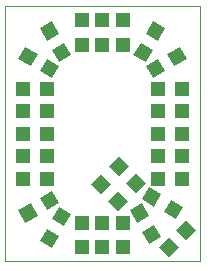
<source format=gtp>
G75*
%MOIN*%
%OFA0B0*%
%FSLAX24Y24*%
%IPPOS*%
%LPD*%
%AMOC8*
5,1,8,0,0,1.08239X$1,22.5*
%
%ADD10C,0.0000*%
%ADD11R,0.0472X0.0472*%
%ADD12R,0.0472X0.0472*%
D10*
X002392Y002517D02*
X002392Y011017D01*
X008892Y011017D01*
X008892Y002517D01*
X002392Y002517D01*
D11*
X004954Y002978D03*
X005642Y002978D03*
X006329Y002978D03*
X006329Y003805D03*
X005642Y003805D03*
X004954Y003805D03*
X003805Y005267D03*
X003805Y006017D03*
X003805Y006767D03*
X003805Y007517D03*
X003805Y008267D03*
X002978Y008267D03*
X002978Y007517D03*
X002978Y006767D03*
X002978Y006017D03*
X002978Y005267D03*
X004954Y009728D03*
X005642Y009728D03*
X006329Y009728D03*
X006329Y010555D03*
X005642Y010555D03*
X004954Y010555D03*
X007478Y008267D03*
X007478Y007517D03*
X007478Y006767D03*
X007478Y006017D03*
X007478Y005267D03*
X008305Y005267D03*
X008305Y006017D03*
X008305Y006767D03*
X008305Y007517D03*
X008305Y008267D03*
D12*
G36*
X007323Y008613D02*
X007087Y009021D01*
X007495Y009257D01*
X007731Y008849D01*
X007323Y008613D01*
G37*
G36*
X007083Y009149D02*
X006675Y009385D01*
X006911Y009793D01*
X007319Y009557D01*
X007083Y009149D01*
G37*
G36*
X008039Y009026D02*
X007803Y009434D01*
X008211Y009670D01*
X008447Y009262D01*
X008039Y009026D01*
G37*
G36*
X007497Y009865D02*
X007089Y010101D01*
X007325Y010509D01*
X007733Y010273D01*
X007497Y009865D01*
G37*
G36*
X004608Y009385D02*
X004200Y009149D01*
X003964Y009557D01*
X004372Y009793D01*
X004608Y009385D01*
G37*
G36*
X004197Y009021D02*
X003961Y008613D01*
X003553Y008849D01*
X003789Y009257D01*
X004197Y009021D01*
G37*
G36*
X003481Y009434D02*
X003245Y009026D01*
X002837Y009262D01*
X003073Y009670D01*
X003481Y009434D01*
G37*
G36*
X004194Y010101D02*
X003786Y009865D01*
X003550Y010273D01*
X003958Y010509D01*
X004194Y010101D01*
G37*
G36*
X006184Y006017D02*
X006517Y005684D01*
X006184Y005351D01*
X005851Y005684D01*
X006184Y006017D01*
G37*
G36*
X006757Y005454D02*
X007090Y005121D01*
X006757Y004788D01*
X006424Y005121D01*
X006757Y005454D01*
G37*
G36*
X006962Y004575D02*
X007198Y004983D01*
X007606Y004747D01*
X007370Y004339D01*
X006962Y004575D01*
G37*
G36*
X006550Y004211D02*
X006958Y004447D01*
X007194Y004039D01*
X006786Y003803D01*
X006550Y004211D01*
G37*
G36*
X006173Y004870D02*
X006506Y004537D01*
X006173Y004204D01*
X005840Y004537D01*
X006173Y004870D01*
G37*
G36*
X005599Y005432D02*
X005932Y005099D01*
X005599Y004766D01*
X005266Y005099D01*
X005599Y005432D01*
G37*
G36*
X004200Y004322D02*
X004608Y004086D01*
X004372Y003678D01*
X003964Y003914D01*
X004200Y004322D01*
G37*
G36*
X003961Y004858D02*
X004197Y004450D01*
X003789Y004214D01*
X003553Y004622D01*
X003961Y004858D01*
G37*
G36*
X003245Y004444D02*
X003481Y004036D01*
X003073Y003800D01*
X002837Y004208D01*
X003245Y004444D01*
G37*
G36*
X003786Y003606D02*
X004194Y003370D01*
X003958Y002962D01*
X003550Y003198D01*
X003786Y003606D01*
G37*
G36*
X006964Y003495D02*
X007372Y003731D01*
X007608Y003323D01*
X007200Y003087D01*
X006964Y003495D01*
G37*
G36*
X007849Y003307D02*
X008182Y002974D01*
X007849Y002641D01*
X007516Y002974D01*
X007849Y003307D01*
G37*
G36*
X008434Y003892D02*
X008767Y003559D01*
X008434Y003226D01*
X008101Y003559D01*
X008434Y003892D01*
G37*
G36*
X007678Y004161D02*
X007914Y004569D01*
X008322Y004333D01*
X008086Y003925D01*
X007678Y004161D01*
G37*
M02*

</source>
